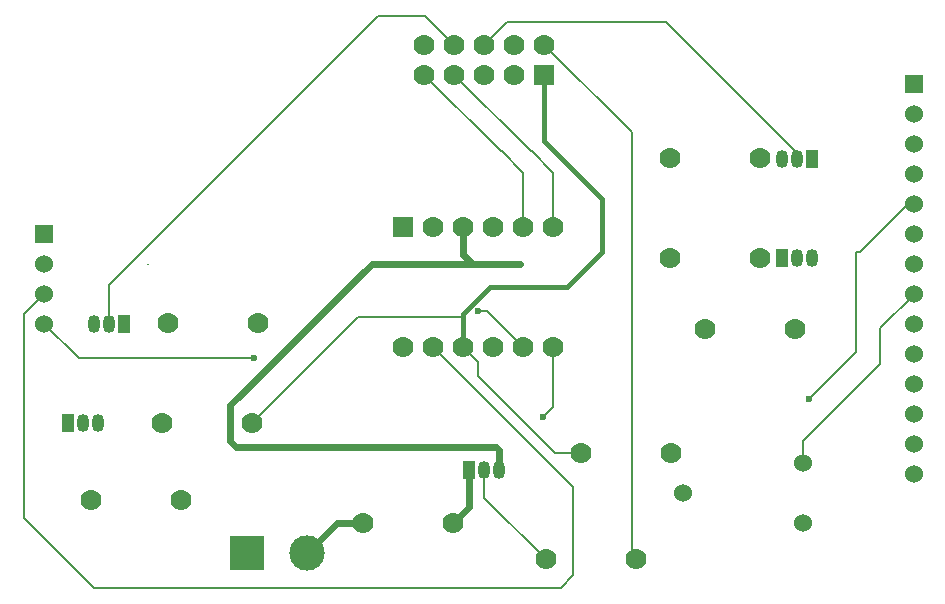
<source format=gbr>
%TF.GenerationSoftware,KiCad,Pcbnew,8.0.3*%
%TF.CreationDate,2024-06-28T12:40:16-06:00*%
%TF.ProjectId,Subsystem SPI Breakout v2,53756273-7973-4746-956d-205350492042,rev?*%
%TF.SameCoordinates,Original*%
%TF.FileFunction,Copper,L2,Bot*%
%TF.FilePolarity,Positive*%
%FSLAX46Y46*%
G04 Gerber Fmt 4.6, Leading zero omitted, Abs format (unit mm)*
G04 Created by KiCad (PCBNEW 8.0.3) date 2024-06-28 12:40:16*
%MOMM*%
%LPD*%
G01*
G04 APERTURE LIST*
%TA.AperFunction,ComponentPad*%
%ADD10C,1.524000*%
%TD*%
%TA.AperFunction,ComponentPad*%
%ADD11R,1.524000X1.524000*%
%TD*%
%TA.AperFunction,ComponentPad*%
%ADD12C,1.778000*%
%TD*%
%TA.AperFunction,ComponentPad*%
%ADD13R,1.050000X1.500000*%
%TD*%
%TA.AperFunction,ComponentPad*%
%ADD14O,1.050000X1.500000*%
%TD*%
%TA.AperFunction,ComponentPad*%
%ADD15R,3.000000X3.000000*%
%TD*%
%TA.AperFunction,ComponentPad*%
%ADD16C,3.000000*%
%TD*%
%TA.AperFunction,ComponentPad*%
%ADD17R,1.778000X1.778000*%
%TD*%
%TA.AperFunction,ViaPad*%
%ADD18C,0.600000*%
%TD*%
%TA.AperFunction,Conductor*%
%ADD19C,0.200000*%
%TD*%
%TA.AperFunction,Conductor*%
%ADD20C,0.600000*%
%TD*%
%TA.AperFunction,Conductor*%
%ADD21C,0.400000*%
%TD*%
G04 APERTURE END LIST*
D10*
%TO.P,U2,CS,CS*%
%TO.N,Net-(Q1-C)*%
X180390000Y-62850000D03*
%TO.P,U2,DC,DC*%
%TO.N,Net-(LogicConverter1-PadLV1)*%
X180390000Y-67930000D03*
%TO.P,U2,GND,GND*%
%TO.N,Net-(1-PadGND)*%
X180390000Y-60310000D03*
%TO.P,U2,LED,LED*%
%TO.N,Net-(U2-PadLED)*%
X180390000Y-75550000D03*
%TO.P,U2,RESET,RESET*%
%TO.N,unconnected-(U2-PadRESET)*%
X180390000Y-65390000D03*
%TO.P,U2,SCK,SCK*%
%TO.N,Net-(LogicConverter1-PadLV4)*%
X180390000Y-73010000D03*
%TO.P,U2,SDI(MOSI),SDI(MOSI)*%
%TO.N,Net-(LogicConverter1-PadLV3)*%
X180390000Y-70470000D03*
%TO.P,U2,SDO(MISO),SDO(MISO)*%
%TO.N,Net-(LogicConverter1-PadLV2)*%
X180390000Y-78090000D03*
D11*
%TO.P,U2,SD_CS,SD_CS*%
%TO.N,Net-(Q3-C)*%
X106730000Y-70470000D03*
D10*
%TO.P,U2,SD_MISO,SD_MISO*%
%TO.N,Net-(LogicConverter1-PadLV2)*%
X106730000Y-75550000D03*
%TO.P,U2,SD_MOSI,SD_MOSI*%
%TO.N,Net-(LogicConverter1-PadLV3)*%
X106730000Y-73010000D03*
%TO.P,U2,SD_SCK,SD_SCK*%
%TO.N,Net-(LogicConverter1-PadLV4)*%
X106730000Y-78090000D03*
%TO.P,U2,T_CLK,T_CLK*%
%TO.N,unconnected-(U2-PadT_CLK)*%
X180390000Y-80630000D03*
%TO.P,U2,T_CS,T_CS*%
%TO.N,unconnected-(U2-PadT_CS)*%
X180390000Y-83170000D03*
%TO.P,U2,T_DIN,T_DIN*%
%TO.N,unconnected-(U2-PadT_DIN)*%
X180390000Y-85710000D03*
%TO.P,U2,T_DO,T_DO*%
%TO.N,unconnected-(U2-PadT_DO)*%
X180390000Y-88250000D03*
%TO.P,U2,T_IRQ,T_IRQ*%
%TO.N,unconnected-(U2-PadT_IRQ)*%
X180390000Y-90790000D03*
D11*
%TO.P,U2,Vcc,Vcc*%
%TO.N,Net-(1-Pad3V3)*%
X180390000Y-57770000D03*
%TD*%
D12*
%TO.P,R1,P$1,P$1*%
%TO.N,Net-(Q2-C)*%
X167310000Y-64085000D03*
%TO.P,R1,P$2,P$2*%
%TO.N,Net-(1-Pad3V3)*%
X159690000Y-64085000D03*
%TD*%
D13*
%TO.P,PNP,1,E*%
%TO.N,Net-(Q1-E)*%
X169230000Y-72500000D03*
D14*
%TO.P,PNP,2,B*%
%TO.N,Net-(Q1-B)*%
X170500000Y-72500000D03*
%TO.P,PNP,3,C*%
%TO.N,Net-(Q1-C)*%
X171770000Y-72500000D03*
%TD*%
D13*
%TO.P,NPN,1,E*%
%TO.N,Net-(Q5-E)*%
X142730000Y-90500000D03*
D14*
%TO.P,NPN,2,B*%
%TO.N,Net-(Q5-B)*%
X144000000Y-90500000D03*
%TO.P,NPN,3,C*%
%TO.N,Net-(Q5-C)*%
X145270000Y-90500000D03*
%TD*%
D15*
%TO.P,LS1,1,1*%
%TO.N,Net-(1-PadGND)*%
X123920000Y-97500000D03*
D16*
%TO.P,LS1,2,2*%
%TO.N,Net-(LS1-Pad2)*%
X129000000Y-97500000D03*
%TD*%
D12*
%TO.P,R7,P$1,P$1*%
%TO.N,Net-(Q5-E)*%
X141310000Y-95000000D03*
%TO.P,R7,P$2,P$2*%
%TO.N,Net-(LS1-Pad2)*%
X133690000Y-95000000D03*
%TD*%
%TO.P,R2,P$1,P$1*%
%TO.N,Net-(Q4-C)*%
X116690000Y-86500000D03*
%TO.P,R2,P$2,P$2*%
%TO.N,Net-(1-Pad3V3)*%
X124310000Y-86500000D03*
%TD*%
%TO.P,R5,P$1,P$1*%
%TO.N,Net-(Q3-B)*%
X110690000Y-93000000D03*
%TO.P,R5,P$2,P$2*%
%TO.N,Net-(1-PadGND)*%
X118310000Y-93000000D03*
%TD*%
%TO.P,R9,P$1,P$1*%
%TO.N,Net-(1-Pad3V3)*%
X152190000Y-89000000D03*
%TO.P,R9,P$2,P$2*%
%TO.N,Net-(R9-PadP$2)*%
X159810000Y-89000000D03*
%TD*%
%TO.P,LogicConverter1,GND1,GND1*%
%TO.N,Net-(1-PadGND)*%
X144770000Y-69920000D03*
%TO.P,LogicConverter1,GND2,GND2*%
X144770000Y-80080000D03*
%TO.P,LogicConverter1,HV,HV*%
%TO.N,Net-(Q5-C)*%
X142230000Y-69920000D03*
D17*
%TO.P,LogicConverter1,HV1,HV1*%
%TO.N,Net-(1-PadTFT_DC)*%
X137150000Y-69920000D03*
D12*
%TO.P,LogicConverter1,HV2,HV2*%
%TO.N,Net-(1-PadMISO)*%
X139690000Y-69920000D03*
%TO.P,LogicConverter1,HV3,HV3*%
%TO.N,Net-(1-PadMOSI)*%
X147310000Y-69920000D03*
%TO.P,LogicConverter1,HV4,HV4*%
%TO.N,Net-(1-PadSCK)*%
X149850000Y-69920000D03*
%TO.P,LogicConverter1,LV,LV*%
%TO.N,Net-(1-Pad3V3)*%
X142230000Y-80080000D03*
%TO.P,LogicConverter1,LV1,LV1*%
%TO.N,Net-(LogicConverter1-PadLV1)*%
X137150000Y-80080000D03*
%TO.P,LogicConverter1,LV2,LV2*%
%TO.N,Net-(LogicConverter1-PadLV2)*%
X139690000Y-80080000D03*
%TO.P,LogicConverter1,LV3,LV3*%
%TO.N,Net-(LogicConverter1-PadLV3)*%
X147310000Y-80080000D03*
%TO.P,LogicConverter1,LV4,LV4*%
%TO.N,Net-(LogicConverter1-PadLV4)*%
X149850000Y-80080000D03*
%TD*%
%TO.P,R6,P$1,P$1*%
%TO.N,Net-(Q1-B)*%
X170310000Y-78500000D03*
%TO.P,R6,P$2,P$2*%
%TO.N,Net-(1-PadGND)*%
X162690000Y-78500000D03*
%TD*%
D13*
%TO.P,NPN,1,E*%
%TO.N,Net-(Q1-C)*%
X171770000Y-64140000D03*
D14*
%TO.P,NPN,2,B*%
%TO.N,Net-(Q1-B)*%
X170500000Y-64140000D03*
%TO.P,NPN,3,C*%
%TO.N,Net-(Q2-C)*%
X169230000Y-64140000D03*
%TD*%
D12*
%TO.P,R4,P$1,P$1*%
%TO.N,Net-(Q1-E)*%
X167310000Y-72500000D03*
%TO.P,R4,P$2,P$2*%
%TO.N,Net-(1-PadGND)*%
X159690000Y-72500000D03*
%TD*%
%TO.P,R8,P$1,P$1*%
%TO.N,Net-(Q5-B)*%
X149190000Y-98000000D03*
%TO.P,R8,P$2,P$2*%
%TO.N,Net-(1-PadSPKR)*%
X156810000Y-98000000D03*
%TD*%
D17*
%TO.P,1,3V3,3V3*%
%TO.N,Net-(1-Pad3V3)*%
X149080000Y-57000000D03*
D12*
%TO.P,1,5V,5V*%
%TO.N,Net-(Q5-C)*%
X146540000Y-57000000D03*
%TO.P,1,GND,GND*%
%TO.N,Net-(1-PadGND)*%
X144000000Y-57000000D03*
%TO.P,1,MISO,MISO*%
%TO.N,Net-(1-PadMISO)*%
X138920000Y-54460000D03*
%TO.P,1,MOSI,MOSI*%
%TO.N,Net-(1-PadMOSI)*%
X138920000Y-57000000D03*
%TO.P,1,SCK,SCK*%
%TO.N,Net-(1-PadSCK)*%
X141460000Y-57000000D03*
%TO.P,1,SD_CS,SD_CS*%
%TO.N,Net-(Q3-B)*%
X141460000Y-54460000D03*
%TO.P,1,SPKR,SPKR*%
%TO.N,Net-(1-PadSPKR)*%
X149080000Y-54460000D03*
%TO.P,1,TFT_CS,TFT_CS*%
%TO.N,Net-(Q1-B)*%
X144000000Y-54460000D03*
%TO.P,1,TFT_DC,TFT_DC*%
%TO.N,Net-(1-PadTFT_DC)*%
X146540000Y-54460000D03*
%TD*%
D13*
%TO.P,NPN,1,E*%
%TO.N,Net-(Q3-C)*%
X108730000Y-86500000D03*
D14*
%TO.P,NPN,2,B*%
%TO.N,Net-(Q3-B)*%
X110000000Y-86500000D03*
%TO.P,NPN,3,C*%
%TO.N,Net-(Q4-C)*%
X111270000Y-86500000D03*
%TD*%
D10*
%TO.P,U3,Vin*%
%TO.N,Net-(R9-PadP$2)*%
X160840000Y-92460000D03*
%TO.P,U3,Vout1*%
%TO.N,Net-(U2-PadLED)*%
X171000000Y-89920000D03*
%TO.P,U3,Vout2*%
%TO.N,unconnected-(U3-PadVout2)*%
X171000000Y-95000000D03*
%TD*%
D12*
%TO.P,R3,P$1,P$1*%
%TO.N,Net-(Q3-E)*%
X117190000Y-78000000D03*
%TO.P,R3,P$2,P$2*%
%TO.N,Net-(1-PadGND)*%
X124810000Y-78000000D03*
%TD*%
D13*
%TO.P,PNP,1,E*%
%TO.N,Net-(Q3-E)*%
X113500000Y-78140000D03*
D14*
%TO.P,PNP,2,B*%
%TO.N,Net-(Q3-B)*%
X112230000Y-78140000D03*
%TO.P,PNP,3,C*%
%TO.N,Net-(Q3-C)*%
X110960000Y-78140000D03*
%TD*%
D18*
%TO.N,Net-(Q5-C)*%
X147000000Y-73000000D03*
%TO.N,Net-(LogicConverter1-PadLV3)*%
X143500000Y-77000000D03*
%TO.N,Net-(LogicConverter1-PadLV1)*%
X171500000Y-84500000D03*
%TO.N,Net-(LogicConverter1-PadLV4)*%
X149000000Y-86000000D03*
X124500000Y-81000000D03*
%TD*%
D19*
%TO.N,Net-(Q3-B)*%
X112230000Y-74770000D02*
X112230000Y-78140000D01*
X135000000Y-52000000D02*
X112230000Y-74770000D01*
X139000000Y-52000000D02*
X135000000Y-52000000D01*
X141460000Y-54460000D02*
X139000000Y-52000000D01*
D20*
%TO.N,Net-(Q5-C)*%
X142230000Y-72230000D02*
X142230000Y-69920000D01*
X143000000Y-73000000D02*
X142230000Y-72230000D01*
D19*
%TO.N,Net-(LogicConverter1-PadLV3)*%
X115500000Y-73000000D02*
X115490000Y-73010000D01*
%TO.N,Net-(Q3-B)*%
X112230000Y-78270000D02*
X112000000Y-78500000D01*
X112230000Y-78140000D02*
X112230000Y-78270000D01*
%TO.N,Net-(LogicConverter1-PadLV4)*%
X109640000Y-81000000D02*
X124500000Y-81000000D01*
X106730000Y-78090000D02*
X109640000Y-81000000D01*
%TO.N,Net-(LogicConverter1-PadLV2)*%
X105000000Y-94500000D02*
X105000000Y-77280000D01*
X110950000Y-100450000D02*
X105000000Y-94500000D01*
X150450000Y-100450000D02*
X110950000Y-100450000D01*
X150450000Y-100450000D02*
X150400000Y-100500000D01*
X105000000Y-77280000D02*
X106730000Y-75550000D01*
X151500000Y-99400000D02*
X150450000Y-100450000D01*
%TO.N,Net-(1-PadSCK)*%
X141460000Y-57000000D02*
X147960000Y-63500000D01*
X149850000Y-65350000D02*
X149850000Y-69920000D01*
X148000000Y-63500000D02*
X149850000Y-65350000D01*
X147960000Y-63500000D02*
X148000000Y-63500000D01*
D20*
%TO.N,Net-(Q5-C)*%
X147000000Y-73000000D02*
X143000000Y-73000000D01*
X145000000Y-88500000D02*
X145270000Y-88770000D01*
X145270000Y-88770000D02*
X145270000Y-90500000D01*
X122500000Y-85000000D02*
X122500000Y-88000000D01*
X122500000Y-88000000D02*
X123000000Y-88500000D01*
X123000000Y-88500000D02*
X145000000Y-88500000D01*
X134500000Y-73000000D02*
X122500000Y-85000000D01*
D19*
%TO.N,Net-(Q1-B)*%
X159360000Y-52500000D02*
X170500000Y-63640000D01*
X144000000Y-54460000D02*
X145960000Y-52500000D01*
X170500000Y-63640000D02*
X170500000Y-64140000D01*
X145960000Y-52500000D02*
X159360000Y-52500000D01*
%TO.N,Net-(1-PadMOSI)*%
X147310000Y-65310000D02*
X147310000Y-69920000D01*
X145500000Y-63500000D02*
X147310000Y-65310000D01*
X145420000Y-63500000D02*
X145500000Y-63500000D01*
X138920000Y-57000000D02*
X145420000Y-63500000D01*
%TO.N,Net-(1-PadMISO)*%
X139610000Y-70000000D02*
X139690000Y-69920000D01*
X139610000Y-70000000D02*
X139500000Y-70000000D01*
%TO.N,Net-(1-PadSPKR)*%
X156500000Y-61880000D02*
X156500000Y-98000000D01*
X149080000Y-54460000D02*
X156500000Y-61880000D01*
%TO.N,Net-(1-Pad3V3)*%
X142000000Y-77500000D02*
X142230000Y-77270000D01*
X149080000Y-57000000D02*
X149000000Y-57000000D01*
X152190000Y-89000000D02*
X150000000Y-89000000D01*
X143500000Y-82500000D02*
X143500000Y-81350000D01*
X124310000Y-86500000D02*
X133310000Y-77500000D01*
D21*
X149080000Y-62580000D02*
X154000000Y-67500000D01*
D19*
X143500000Y-81350000D02*
X142230000Y-80080000D01*
X149080000Y-57000000D02*
X149500000Y-57000000D01*
D21*
X154000000Y-67500000D02*
X154000000Y-72000000D01*
D19*
X150000000Y-89000000D02*
X143500000Y-82500000D01*
X149500000Y-57000000D02*
X149000000Y-57000000D01*
D21*
X142230000Y-77270000D02*
X142230000Y-80080000D01*
D19*
X133310000Y-77500000D02*
X142000000Y-77500000D01*
D21*
X151000000Y-75000000D02*
X144500000Y-75000000D01*
X149080000Y-57000000D02*
X149080000Y-62580000D01*
X144500000Y-75000000D02*
X142230000Y-77270000D01*
X154000000Y-72000000D02*
X151000000Y-75000000D01*
D19*
%TO.N,Net-(LogicConverter1-PadLV2)*%
X139690000Y-80080000D02*
X151500000Y-91890000D01*
X151500000Y-91890000D02*
X151500000Y-99400000D01*
%TO.N,Net-(LogicConverter1-PadLV3)*%
X147310000Y-80080000D02*
X144230000Y-77000000D01*
X144230000Y-77000000D02*
X143500000Y-77000000D01*
%TO.N,Net-(LogicConverter1-PadLV1)*%
X137070000Y-80000000D02*
X137000000Y-80000000D01*
X175500000Y-72000000D02*
X175800000Y-72000000D01*
X171500000Y-84500000D02*
X175500000Y-80500000D01*
X175800000Y-72000000D02*
X180000000Y-67800000D01*
X175500000Y-80500000D02*
X175500000Y-72000000D01*
X137150000Y-80080000D02*
X137070000Y-80000000D01*
%TO.N,Net-(LogicConverter1-PadLV4)*%
X149850000Y-83850000D02*
X149850000Y-80080000D01*
X149850000Y-83850000D02*
X149850000Y-85150000D01*
X149850000Y-85150000D02*
X149000000Y-86000000D01*
%TO.N,Net-(Q5-B)*%
X144000000Y-92810000D02*
X149190000Y-98000000D01*
X144000000Y-90500000D02*
X144000000Y-92810000D01*
D20*
%TO.N,Net-(Q5-E)*%
X142730000Y-93580000D02*
X141310000Y-95000000D01*
X142730000Y-90500000D02*
X142730000Y-93580000D01*
%TO.N,Net-(LS1-Pad2)*%
X133690000Y-95000000D02*
X131500000Y-95000000D01*
X131500000Y-95000000D02*
X129000000Y-97500000D01*
D19*
%TO.N,Net-(U2-PadLED)*%
X177500000Y-78480000D02*
X180430000Y-75550000D01*
X171000000Y-89920000D02*
X171000000Y-88000000D01*
X171000000Y-88000000D02*
X177500000Y-81500000D01*
X177500000Y-81500000D02*
X177500000Y-78480000D01*
D20*
%TO.N,Net-(Q5-C)*%
X143000000Y-73000000D02*
X134500000Y-73000000D01*
%TD*%
M02*

</source>
